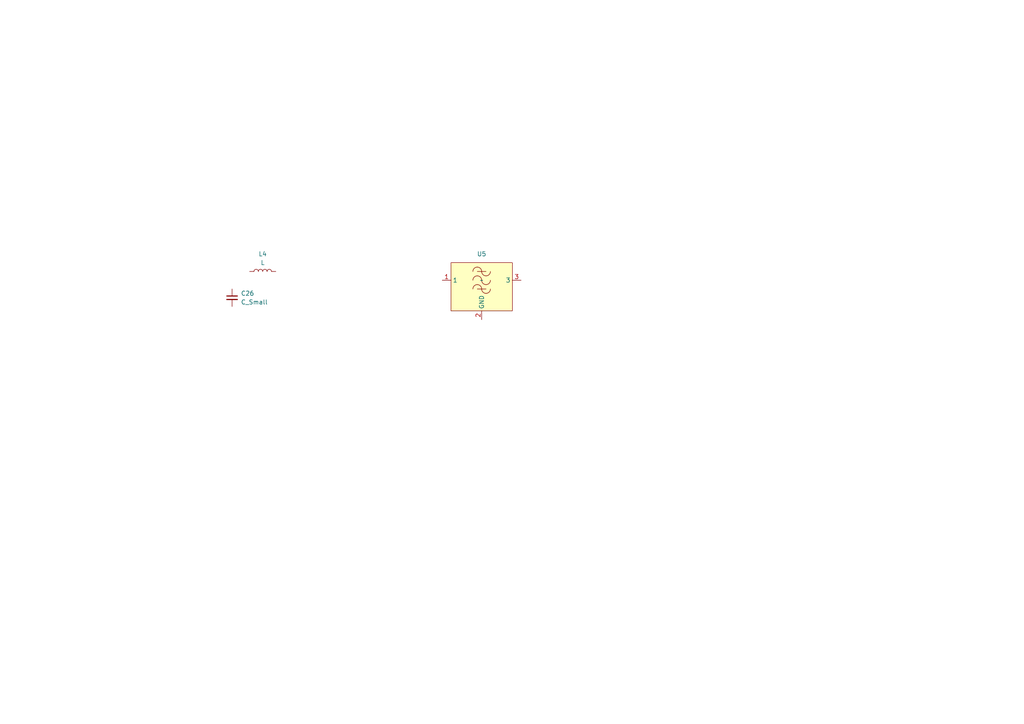
<source format=kicad_sch>
(kicad_sch (version 20230121) (generator eeschema)
  (paper "A4")
  (lib_symbols
    (symbol "Device:C_Small" (pin_numbers hide) (pin_names (offset 0.254) hide)
      (property "Reference" "C" (at 0.254 1.778 0))
      (property "Value" "C_Small" (at 0.254 -2.032 0))
      (symbol "C_Small_0_1"
        (polyline (pts (xy -1.524 -0.508) (xy 1.524 -0.508)) (stroke (width 0.3302)))
        (polyline (pts (xy -1.524 0.508) (xy 1.524 0.508)) (stroke (width 0.3048)))
      )
      (symbol "C_Small_1_1"
        (pin passive line (at 0 2.54 270) (length 2.032) (name "~") (number "1"))
        (pin passive line (at 0 -2.54 90) (length 2.032) (name "~") (number "2"))
      )
    )
    (symbol "Device:L" (pin_numbers hide) (pin_names (offset 1.016) hide)
      (property "Reference" "L" (at -1.27 0 90))
      (property "Value" "L" (at 1.905 0 90))
      (symbol "L_0_1"
        (arc (start 0 -2.54) (mid 0.6323 -1.905) (end 0 -1.27))
        (arc (start 0 -1.27) (mid 0.6323 -0.635) (end 0 0))
        (arc (start 0 0) (mid 0.6323 0.635) (end 0 1.27))
        (arc (start 0 1.27) (mid 0.6323 1.905) (end 0 2.54))
      )
      (symbol "L_1_1"
        (pin passive line (at 0 3.81 270) (length 1.27) (name "1") (number "1"))
        (pin passive line (at 0 -3.81 90) (length 1.27) (name "2") (number "2"))
      )
    )
    (symbol "Occupancy_Sensor_Custom_Symbols:LFB182G45CGFD436"
      (property "Reference" "U" (at 0 6.35 0))
      (symbol "LFB182G45CGFD436_1_1"
        (rectangle (start -8.89 5.08) (end 8.89 -8.89) (fill (type background)))
        (arc (start -1.2699 -1.2699) (mid -2.1679 -1.6419) (end -2.5399 -2.5399))
        (arc (start -1.2699 1.2701) (mid -2.1679 0.8981) (end -2.5399 0.0001))
        (arc (start -1.27 3.81) (mid -2.168 3.438) (end -2.54 2.54))
        (arc (start 0.0001 -2.5399) (mid -0.3719 -1.6419) (end -1.2699 -1.2699))
        (arc (start 0.0001 -2.5399) (mid 0.3721 -3.4379) (end 1.2701 -3.8099))
        (arc (start 0.0001 0.0001) (mid -0.3719 0.8981) (end -1.2699 1.2701))
        (polyline (pts (xy -1.27 -2.54) (xy 1.27 -2.54)))
        (polyline (pts (xy -1.27 2.54) (xy 1.27 2.54)))
        (arc (start 0.0001 0.0001) (mid 0.3721 -0.8979) (end 1.2701 -1.2699))
        (arc (start 0 2.54) (mid -0.372 3.438) (end -1.27 3.81))
        (arc (start 0 2.54) (mid 0.372 1.642) (end 1.27 1.27))
        (arc (start 1.2701 -3.8099) (mid 2.1681 -3.4379) (end 2.5401 -2.5399))
        (arc (start 1.2701 -1.2699) (mid 2.1681 -0.8979) (end 2.5401 0.0001))
        (arc (start 1.27 1.27) (mid 2.168 1.642) (end 2.54 2.54))
        (pin bidirectional line (at -11.43 0 0) (length 2.54) (name "1") (number "1"))
        (pin input line (at 0 -11.43 90) (length 2.54) (name "GND") (number "2"))
        (pin bidirectional line (at 11.43 0 180) (length 2.54) (name "3") (number "3"))
      )
    )
  )
  (symbol (lib_id "Occupancy_Sensor_Custom_Symbols:LFB182G45CGFD436") (at 139.7 81.28 0) (unit 1)
    (property "Reference" "U5" (at 139.7 73.66 0))
    (property "Value" "~" (at 139.7 81.28 0))
  )
  (symbol (lib_id "Device:C_Small") (at 67.31 86.36 0) (unit 1)
    (property "Reference" "C26" (at 69.85 85.0963 0) (effects (justify left)))
    (property "Value" "C_Small" (at 69.85 87.6363 0) (effects (justify left)))
  )
  (symbol (lib_id "Device:L") (at 76.2 78.74 90) (unit 1)
    (property "Reference" "L4" (at 76.2 73.66 90))
    (property "Value" "L" (at 76.2 76.2 90))
  )
)
</source>
